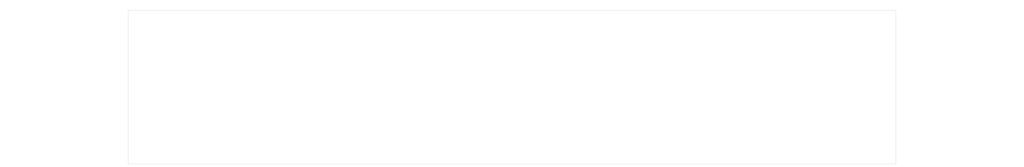
<source format=kicad_pcb>
(kicad_pcb (version 20171130) (host pcbnew 5.1.7-a382d34a8~87~ubuntu16.04.1)

  (general
    (thickness 1.6)
    (drawings 23)
    (tracks 0)
    (zones 0)
    (modules 0)
    (nets 1)
  )

  (page A4)
  (layers
    (0 F.Cu signal)
    (31 B.Cu signal)
    (32 B.Adhes user)
    (33 F.Adhes user)
    (34 B.Paste user)
    (35 F.Paste user)
    (36 B.SilkS user)
    (37 F.SilkS user)
    (38 B.Mask user)
    (39 F.Mask user)
    (40 Dwgs.User user)
    (41 Cmts.User user)
    (42 Eco1.User user)
    (43 Eco2.User user)
    (44 Edge.Cuts user)
    (45 Margin user)
    (46 B.CrtYd user)
    (47 F.CrtYd user)
    (48 B.Fab user hide)
    (49 F.Fab user)
  )

  (setup
    (last_trace_width 0.25)
    (trace_clearance 0.2)
    (zone_clearance 0.508)
    (zone_45_only no)
    (trace_min 0.2)
    (via_size 0.8)
    (via_drill 0.4)
    (via_min_size 0.4)
    (via_min_drill 0.3)
    (uvia_size 0.3)
    (uvia_drill 0.1)
    (uvias_allowed no)
    (uvia_min_size 0.2)
    (uvia_min_drill 0.1)
    (edge_width 0.05)
    (segment_width 0.2)
    (pcb_text_width 0.3)
    (pcb_text_size 1.5 1.5)
    (mod_edge_width 0.12)
    (mod_text_size 1 1)
    (mod_text_width 0.15)
    (pad_size 1.524 1.524)
    (pad_drill 0.762)
    (pad_to_mask_clearance 0)
    (aux_axis_origin 0 0)
    (visible_elements FFFFFF7F)
    (pcbplotparams
      (layerselection 0x010fc_ffffffff)
      (usegerberextensions false)
      (usegerberattributes true)
      (usegerberadvancedattributes true)
      (creategerberjobfile true)
      (excludeedgelayer true)
      (linewidth 0.100000)
      (plotframeref false)
      (viasonmask false)
      (mode 1)
      (useauxorigin false)
      (hpglpennumber 1)
      (hpglpenspeed 20)
      (hpglpendiameter 15.000000)
      (psnegative false)
      (psa4output false)
      (plotreference true)
      (plotvalue true)
      (plotinvisibletext false)
      (padsonsilk false)
      (subtractmaskfromsilk false)
      (outputformat 1)
      (mirror false)
      (drillshape 1)
      (scaleselection 1)
      (outputdirectory ""))
  )

  (net 0 "")

  (net_class Default "This is the default net class."
    (clearance 0.2)
    (trace_width 0.25)
    (via_dia 0.8)
    (via_drill 0.4)
    (uvia_dia 0.3)
    (uvia_drill 0.1)
  )

  (gr_line (start 221 123.9) (end 240 123.9) (layer Dwgs.User) (width 0.05) (tstamp 60886D46))
  (gr_line (start 80 123.9) (end 99 123.9) (layer Dwgs.User) (width 0.05) (tstamp 60886CD0))
  (gr_line (start 221 99.4) (end 240 99.4) (layer Dwgs.User) (width 0.05) (tstamp 60886C51))
  (gr_line (start 80 98.4) (end 240 98.4) (layer Dwgs.User) (width 0.05) (tstamp 60886C12))
  (gr_line (start 80 99.4) (end 99 99.4) (layer Dwgs.User) (width 0.05))
  (gr_line (start 220.2 100.4) (end 220.2 123.6) (layer Dwgs.User) (width 0.05) (tstamp 60886B60))
  (gr_line (start 99.8 100.4) (end 99.8 123.6) (layer Dwgs.User) (width 0.05) (tstamp 60886B44))
  (gr_line (start 99 123.5) (end 221 123.5) (layer B.CrtYd) (width 0.05) (tstamp 608865FA))
  (gr_line (start 99 123.5) (end 221 123.5) (layer F.CrtYd) (width 0.05))
  (gr_line (start 99 100.5) (end 221 100.5) (layer B.CrtYd) (width 0.05) (tstamp 608865C8))
  (gr_line (start 99 100.5) (end 221 100.5) (layer F.CrtYd) (width 0.05))
  (gr_line (start 221 124.1) (end 99 124.1) (layer Dwgs.User) (width 0.05) (tstamp 6088655B))
  (gr_line (start 99 99.9) (end 221 99.9) (layer Dwgs.User) (width 0.05) (tstamp 60886518))
  (gr_line (start 99.8 123.6) (end 220.2 123.6) (layer Dwgs.User) (width 0.05))
  (gr_line (start 99.8 100.4) (end 220.2 100.4) (layer Dwgs.User) (width 0.05))
  (gr_line (start 221 124.5) (end 99 124.5) (layer Dwgs.User) (width 0.05) (tstamp 6087FF4E))
  (gr_line (start 221 99.5) (end 221 124.5) (layer Dwgs.User) (width 0.05))
  (gr_line (start 99 99.5) (end 221 99.5) (layer Dwgs.User) (width 0.05))
  (gr_line (start 99 99.5) (end 99 124.5) (layer Dwgs.User) (width 0.05))
  (gr_line (start 220 100) (end 220 124) (layer Edge.Cuts) (width 0.05) (tstamp 6087FECB))
  (gr_line (start 100 124) (end 220 124) (layer Edge.Cuts) (width 0.05))
  (gr_line (start 100 100) (end 220 100) (layer Edge.Cuts) (width 0.05))
  (gr_line (start 100 100) (end 100 124) (layer Edge.Cuts) (width 0.05))

)

</source>
